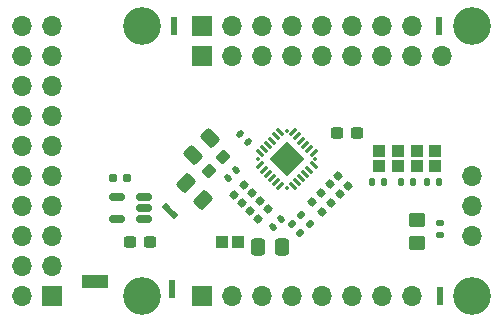
<source format=gbr>
%TF.GenerationSoftware,KiCad,Pcbnew,8.0.7*%
%TF.CreationDate,2024-12-23T22:59:07-05:00*%
%TF.ProjectId,tac5212_audio_board_single_ended,74616335-3231-4325-9f61-7564696f5f62,rev?*%
%TF.SameCoordinates,Original*%
%TF.FileFunction,Soldermask,Top*%
%TF.FilePolarity,Negative*%
%FSLAX46Y46*%
G04 Gerber Fmt 4.6, Leading zero omitted, Abs format (unit mm)*
G04 Created by KiCad (PCBNEW 8.0.7) date 2024-12-23 22:59:07*
%MOMM*%
%LPD*%
G01*
G04 APERTURE LIST*
G04 Aperture macros list*
%AMRoundRect*
0 Rectangle with rounded corners*
0 $1 Rounding radius*
0 $2 $3 $4 $5 $6 $7 $8 $9 X,Y pos of 4 corners*
0 Add a 4 corners polygon primitive as box body*
4,1,4,$2,$3,$4,$5,$6,$7,$8,$9,$2,$3,0*
0 Add four circle primitives for the rounded corners*
1,1,$1+$1,$2,$3*
1,1,$1+$1,$4,$5*
1,1,$1+$1,$6,$7*
1,1,$1+$1,$8,$9*
0 Add four rect primitives between the rounded corners*
20,1,$1+$1,$2,$3,$4,$5,0*
20,1,$1+$1,$4,$5,$6,$7,0*
20,1,$1+$1,$6,$7,$8,$9,0*
20,1,$1+$1,$8,$9,$2,$3,0*%
%AMRotRect*
0 Rectangle, with rotation*
0 The origin of the aperture is its center*
0 $1 length*
0 $2 width*
0 $3 Rotation angle, in degrees counterclockwise*
0 Add horizontal line*
21,1,$1,$2,0,0,$3*%
G04 Aperture macros list end*
%ADD10C,0.000000*%
%ADD11C,0.010000*%
%ADD12RoundRect,0.160000X0.252791X-0.026517X-0.026517X0.252791X-0.252791X0.026517X0.026517X-0.252791X0*%
%ADD13RoundRect,0.135000X-0.226274X-0.035355X-0.035355X-0.226274X0.226274X0.035355X0.035355X0.226274X0*%
%ADD14R,1.700000X1.700000*%
%ADD15O,1.700000X1.700000*%
%ADD16C,3.200000*%
%ADD17R,1.000000X1.000000*%
%ADD18RoundRect,0.250000X0.337500X0.475000X-0.337500X0.475000X-0.337500X-0.475000X0.337500X-0.475000X0*%
%ADD19RoundRect,0.160000X-0.026517X-0.252791X0.252791X0.026517X0.026517X0.252791X-0.252791X-0.026517X0*%
%ADD20RoundRect,0.140000X0.219203X0.021213X0.021213X0.219203X-0.219203X-0.021213X-0.021213X-0.219203X0*%
%ADD21RoundRect,0.250000X0.574524X0.097227X0.097227X0.574524X-0.574524X-0.097227X-0.097227X-0.574524X0*%
%ADD22RoundRect,0.150000X0.512500X0.150000X-0.512500X0.150000X-0.512500X-0.150000X0.512500X-0.150000X0*%
%ADD23RoundRect,0.135000X-0.185000X0.135000X-0.185000X-0.135000X0.185000X-0.135000X0.185000X0.135000X0*%
%ADD24R,0.508000X0.500000*%
%ADD25R,0.508000X0.508000*%
%ADD26RoundRect,0.237500X-0.300000X-0.237500X0.300000X-0.237500X0.300000X0.237500X-0.300000X0.237500X0*%
%ADD27RoundRect,0.140000X-0.021213X0.219203X-0.219203X0.021213X0.021213X-0.219203X0.219203X-0.021213X0*%
%ADD28RoundRect,0.250000X-0.097227X0.574524X-0.574524X0.097227X0.097227X-0.574524X0.574524X-0.097227X0*%
%ADD29RoundRect,0.250000X-0.450000X0.350000X-0.450000X-0.350000X0.450000X-0.350000X0.450000X0.350000X0*%
%ADD30RoundRect,0.140000X0.021213X-0.219203X0.219203X-0.021213X-0.021213X0.219203X-0.219203X0.021213X0*%
%ADD31RotRect,0.508000X0.508000X315.000000*%
%ADD32RoundRect,0.135000X-0.135000X-0.185000X0.135000X-0.185000X0.135000X0.185000X-0.135000X0.185000X0*%
%ADD33RoundRect,0.237500X-0.044194X-0.380070X0.380070X0.044194X0.044194X0.380070X-0.380070X-0.044194X0*%
%ADD34RoundRect,0.135000X0.135000X0.185000X-0.135000X0.185000X-0.135000X-0.185000X0.135000X-0.185000X0*%
%ADD35RoundRect,0.062500X-0.185616X-0.274004X0.274004X0.185616X0.185616X0.274004X-0.274004X-0.185616X0*%
%ADD36RoundRect,0.062500X0.185616X-0.274004X0.274004X-0.185616X-0.185616X0.274004X-0.274004X0.185616X0*%
%ADD37RotRect,2.100000X2.100000X45.000000*%
%ADD38RoundRect,0.062500X0.000000X-0.088388X0.088388X0.000000X0.000000X0.088388X-0.088388X0.000000X0*%
%ADD39RoundRect,0.160000X-0.197500X-0.160000X0.197500X-0.160000X0.197500X0.160000X-0.197500X0.160000X0*%
%ADD40RoundRect,0.135000X0.226274X0.035355X0.035355X0.226274X-0.226274X-0.035355X-0.035355X-0.226274X0*%
G04 APERTURE END LIST*
%TO.C,E108*%
G36*
X99446000Y-99954000D02*
G01*
X99954000Y-99954000D01*
X99954000Y-99454000D01*
X99446000Y-99454000D01*
X99446000Y-99954000D01*
G37*
%TO.C,E109*%
G36*
X121846000Y-99954000D02*
G01*
X122354000Y-99954000D01*
X122354000Y-99454000D01*
X121846000Y-99454000D01*
X121846000Y-99954000D01*
G37*
D10*
%TO.C,DOUT108*%
G36*
X99653553Y-115394343D02*
G01*
X99294343Y-115753553D01*
X98946447Y-115405657D01*
X99305657Y-115046447D01*
X99653553Y-115394343D01*
G37*
%TO.C,5V108*%
D11*
X93960000Y-121800000D02*
X91850000Y-121800000D01*
X91850000Y-120800000D01*
X93960000Y-120800000D01*
X93960000Y-121800000D01*
G36*
X93960000Y-121800000D02*
G01*
X91850000Y-121800000D01*
X91850000Y-120800000D01*
X93960000Y-120800000D01*
X93960000Y-121800000D01*
G37*
%TO.C,G118*%
G36*
X121946000Y-122854000D02*
G01*
X122454000Y-122854000D01*
X122454000Y-122354000D01*
X121946000Y-122354000D01*
X121946000Y-122854000D01*
G37*
%TO.C,G117*%
G36*
X99246000Y-122254000D02*
G01*
X99754000Y-122254000D01*
X99754000Y-121754000D01*
X99246000Y-121754000D01*
X99246000Y-122254000D01*
G37*
%TD*%
D12*
%TO.C,R113*%
X112937059Y-114705168D03*
X112092067Y-113860176D03*
%TD*%
D13*
%TO.C,R121*%
X109617194Y-116508362D03*
X110338442Y-117229610D03*
%TD*%
D14*
%TO.C,board_outline108*%
X89337500Y-122600000D03*
D15*
X86797500Y-122600000D03*
X89337500Y-120060000D03*
X86797500Y-120060000D03*
X89337500Y-117520000D03*
X86797500Y-117520000D03*
X89337500Y-114980000D03*
X86797500Y-114980000D03*
X89337500Y-112440000D03*
X86797500Y-112440000D03*
X89337500Y-109900000D03*
X86797500Y-109900000D03*
X89337500Y-107360000D03*
X86797500Y-107360000D03*
X89337500Y-104820000D03*
X86797500Y-104820000D03*
X89337500Y-102280000D03*
X86797500Y-102280000D03*
X89337500Y-99740000D03*
X86797500Y-99740000D03*
D14*
X102047500Y-102285000D03*
X102047500Y-99745000D03*
D15*
X104587500Y-102285000D03*
X104587500Y-99745000D03*
X107127500Y-102285000D03*
X107127500Y-99745000D03*
X109667500Y-102285000D03*
X109667500Y-99745000D03*
X112207500Y-102285000D03*
X112207500Y-99745000D03*
X114747500Y-102285000D03*
X114747500Y-99745000D03*
X117287500Y-102285000D03*
X117287500Y-99745000D03*
X119827500Y-102285000D03*
X119827500Y-99745000D03*
D14*
X102047500Y-122605000D03*
D15*
X104587500Y-122605000D03*
X107127500Y-122605000D03*
X109667500Y-122605000D03*
X112207500Y-122605000D03*
X114747500Y-122605000D03*
X117287500Y-122605000D03*
X119827500Y-122605000D03*
X124892500Y-117525000D03*
X124892500Y-114985000D03*
X124892500Y-112445000D03*
X122352500Y-102285000D03*
D16*
X96952500Y-99745000D03*
X124892500Y-99745000D03*
X96952500Y-122605000D03*
X124892500Y-122605000D03*
%TD*%
D17*
%TO.C,ADD108*%
X117000000Y-111600000D03*
X117000000Y-110300000D03*
%TD*%
D12*
%TO.C,R112*%
X113677789Y-113964439D03*
X112832797Y-113119447D03*
%TD*%
D18*
%TO.C,C111*%
X108818261Y-118400000D03*
X106743261Y-118400000D03*
%TD*%
D12*
%TO.C,R114*%
X112157509Y-115484718D03*
X111312517Y-114639726D03*
%TD*%
D19*
%TO.C,R115*%
X105445334Y-114708704D03*
X106290326Y-113863712D03*
%TD*%
D17*
%TO.C,ADD112*%
X118600000Y-111600000D03*
X118600000Y-110300000D03*
%TD*%
D20*
%TO.C,C109*%
X105939411Y-109539411D03*
X105260589Y-108860589D03*
%TD*%
D17*
%TO.C,ADD110*%
X120200000Y-111600000D03*
X120200000Y-110300000D03*
%TD*%
D21*
%TO.C,C115*%
X102133623Y-114433623D03*
X100666377Y-112966377D03*
%TD*%
D22*
%TO.C,U108*%
X97137500Y-116050000D03*
X97137500Y-115100000D03*
X97137500Y-114150000D03*
X94862500Y-114150000D03*
X94862500Y-116050000D03*
%TD*%
D19*
%TO.C,R118*%
X106788837Y-116052207D03*
X107633829Y-115207215D03*
%TD*%
D23*
%TO.C,R126*%
X122200000Y-116390000D03*
X122200000Y-117410000D03*
%TD*%
D24*
%TO.C,E108*%
X99700000Y-100204000D03*
D25*
X99700000Y-99200000D03*
%TD*%
D26*
%TO.C,C118*%
X113437500Y-108800000D03*
X115162500Y-108800000D03*
%TD*%
D27*
%TO.C,C116*%
X104937914Y-111892722D03*
X104259092Y-112571544D03*
%TD*%
D28*
%TO.C,C108*%
X102733623Y-109166377D03*
X101266377Y-110633623D03*
%TD*%
D29*
%TO.C,D116*%
X120200000Y-116100000D03*
X120200000Y-118100000D03*
%TD*%
D30*
%TO.C,C112*%
X108060589Y-116739411D03*
X108739411Y-116060589D03*
%TD*%
D24*
%TO.C,E109*%
X122100000Y-100204000D03*
D25*
X122100000Y-99200000D03*
%TD*%
D17*
%TO.C,ADD111*%
X121800000Y-111600000D03*
X121800000Y-110300000D03*
%TD*%
D31*
%TO.C,DOUT108*%
X99653553Y-115753553D03*
X98946447Y-115046447D03*
%TD*%
D12*
%TO.C,R110*%
X114420251Y-113221977D03*
X113575259Y-112376985D03*
%TD*%
D26*
%TO.C,C128*%
X95937500Y-118000000D03*
X97662500Y-118000000D03*
%TD*%
D32*
%TO.C,R123*%
X121090000Y-112900000D03*
X122110000Y-112900000D03*
%TD*%
D33*
%TO.C,C119*%
X102590120Y-112009880D03*
X103809880Y-110790120D03*
%TD*%
D34*
%TO.C,R124*%
X117410000Y-112900000D03*
X116390000Y-112900000D03*
%TD*%
D19*
%TO.C,R119*%
X104773583Y-114036952D03*
X105618575Y-113191960D03*
%TD*%
D17*
%TO.C,PU_EN108*%
X103750000Y-118000000D03*
X105050000Y-118000000D03*
%TD*%
D19*
%TO.C,R117*%
X106117086Y-115380455D03*
X106962078Y-114535463D03*
%TD*%
D35*
%TO.C,TAC5212*%
X106910742Y-111521491D03*
X107264295Y-111875045D03*
X107617849Y-112228598D03*
X107971402Y-112582151D03*
X108324955Y-112935705D03*
X108678509Y-113289258D03*
D36*
X109721491Y-113289258D03*
X110075045Y-112935705D03*
X110428598Y-112582151D03*
X110782151Y-112228598D03*
X111135705Y-111875045D03*
X111489258Y-111521491D03*
D35*
X111489258Y-110478509D03*
X111135705Y-110124955D03*
X110782151Y-109771402D03*
X110428598Y-109417849D03*
X110075045Y-109064295D03*
X109721491Y-108710742D03*
D36*
X108678509Y-108710742D03*
X108324955Y-109064295D03*
X107971402Y-109417849D03*
X107617849Y-109771402D03*
X107264295Y-110124955D03*
X106910742Y-110478509D03*
D37*
X109200000Y-111000000D03*
D38*
X106767553Y-111000000D03*
X109200000Y-113432447D03*
X111632447Y-111000000D03*
X109200000Y-108567553D03*
%TD*%
D24*
%TO.C,G118*%
X122200000Y-123104000D03*
D25*
X122200000Y-122100000D03*
%TD*%
D34*
%TO.C,R122*%
X119910000Y-112900000D03*
X118890000Y-112900000D03*
%TD*%
D39*
%TO.C,R125*%
X94502500Y-112600000D03*
X95697500Y-112600000D03*
%TD*%
D24*
%TO.C,G117*%
X99500000Y-122504000D03*
D25*
X99500000Y-121500000D03*
%TD*%
D40*
%TO.C,R120*%
X111141385Y-116460624D03*
X110420137Y-115739376D03*
%TD*%
M02*

</source>
